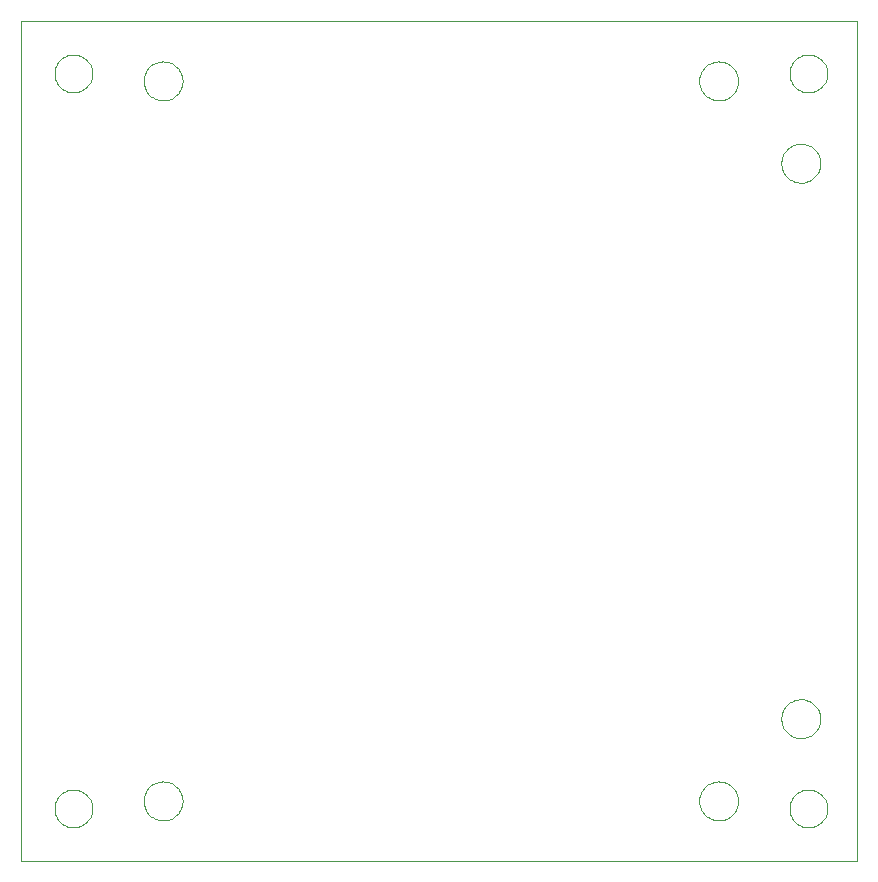
<source format=gko>
G75*
%MOIN*%
%OFA0B0*%
%FSLAX24Y24*%
%IPPOS*%
%LPD*%
%AMOC8*
5,1,8,0,0,1.08239X$1,22.5*
%
%ADD10C,0.0000*%
D10*
X002000Y005030D02*
X002000Y033026D01*
X029870Y033026D01*
X029870Y005030D01*
X002000Y005030D01*
X003120Y006780D02*
X003122Y006830D01*
X003128Y006880D01*
X003138Y006929D01*
X003152Y006977D01*
X003169Y007024D01*
X003190Y007069D01*
X003215Y007113D01*
X003243Y007154D01*
X003275Y007193D01*
X003309Y007230D01*
X003346Y007264D01*
X003386Y007294D01*
X003428Y007321D01*
X003472Y007345D01*
X003518Y007366D01*
X003565Y007382D01*
X003613Y007395D01*
X003663Y007404D01*
X003712Y007409D01*
X003763Y007410D01*
X003813Y007407D01*
X003862Y007400D01*
X003911Y007389D01*
X003959Y007374D01*
X004005Y007356D01*
X004050Y007334D01*
X004093Y007308D01*
X004134Y007279D01*
X004173Y007247D01*
X004209Y007212D01*
X004241Y007174D01*
X004271Y007134D01*
X004298Y007091D01*
X004321Y007047D01*
X004340Y007001D01*
X004356Y006953D01*
X004368Y006904D01*
X004376Y006855D01*
X004380Y006805D01*
X004380Y006755D01*
X004376Y006705D01*
X004368Y006656D01*
X004356Y006607D01*
X004340Y006559D01*
X004321Y006513D01*
X004298Y006469D01*
X004271Y006426D01*
X004241Y006386D01*
X004209Y006348D01*
X004173Y006313D01*
X004134Y006281D01*
X004093Y006252D01*
X004050Y006226D01*
X004005Y006204D01*
X003959Y006186D01*
X003911Y006171D01*
X003862Y006160D01*
X003813Y006153D01*
X003763Y006150D01*
X003712Y006151D01*
X003663Y006156D01*
X003613Y006165D01*
X003565Y006178D01*
X003518Y006194D01*
X003472Y006215D01*
X003428Y006239D01*
X003386Y006266D01*
X003346Y006296D01*
X003309Y006330D01*
X003275Y006367D01*
X003243Y006406D01*
X003215Y006447D01*
X003190Y006491D01*
X003169Y006536D01*
X003152Y006583D01*
X003138Y006631D01*
X003128Y006680D01*
X003122Y006730D01*
X003120Y006780D01*
X006090Y007030D02*
X006092Y007080D01*
X006098Y007130D01*
X006108Y007180D01*
X006121Y007228D01*
X006138Y007276D01*
X006159Y007322D01*
X006183Y007366D01*
X006211Y007408D01*
X006242Y007448D01*
X006276Y007485D01*
X006313Y007520D01*
X006352Y007551D01*
X006393Y007580D01*
X006437Y007605D01*
X006483Y007627D01*
X006530Y007645D01*
X006578Y007659D01*
X006627Y007670D01*
X006677Y007677D01*
X006727Y007680D01*
X006778Y007679D01*
X006828Y007674D01*
X006878Y007665D01*
X006926Y007653D01*
X006974Y007636D01*
X007020Y007616D01*
X007065Y007593D01*
X007108Y007566D01*
X007148Y007536D01*
X007186Y007503D01*
X007221Y007467D01*
X007254Y007428D01*
X007283Y007387D01*
X007309Y007344D01*
X007332Y007299D01*
X007351Y007252D01*
X007366Y007204D01*
X007378Y007155D01*
X007386Y007105D01*
X007390Y007055D01*
X007390Y007005D01*
X007386Y006955D01*
X007378Y006905D01*
X007366Y006856D01*
X007351Y006808D01*
X007332Y006761D01*
X007309Y006716D01*
X007283Y006673D01*
X007254Y006632D01*
X007221Y006593D01*
X007186Y006557D01*
X007148Y006524D01*
X007108Y006494D01*
X007065Y006467D01*
X007020Y006444D01*
X006974Y006424D01*
X006926Y006407D01*
X006878Y006395D01*
X006828Y006386D01*
X006778Y006381D01*
X006727Y006380D01*
X006677Y006383D01*
X006627Y006390D01*
X006578Y006401D01*
X006530Y006415D01*
X006483Y006433D01*
X006437Y006455D01*
X006393Y006480D01*
X006352Y006509D01*
X006313Y006540D01*
X006276Y006575D01*
X006242Y006612D01*
X006211Y006652D01*
X006183Y006694D01*
X006159Y006738D01*
X006138Y006784D01*
X006121Y006832D01*
X006108Y006880D01*
X006098Y006930D01*
X006092Y006980D01*
X006090Y007030D01*
X024610Y007030D02*
X024612Y007080D01*
X024618Y007130D01*
X024628Y007180D01*
X024641Y007228D01*
X024658Y007276D01*
X024679Y007322D01*
X024703Y007366D01*
X024731Y007408D01*
X024762Y007448D01*
X024796Y007485D01*
X024833Y007520D01*
X024872Y007551D01*
X024913Y007580D01*
X024957Y007605D01*
X025003Y007627D01*
X025050Y007645D01*
X025098Y007659D01*
X025147Y007670D01*
X025197Y007677D01*
X025247Y007680D01*
X025298Y007679D01*
X025348Y007674D01*
X025398Y007665D01*
X025446Y007653D01*
X025494Y007636D01*
X025540Y007616D01*
X025585Y007593D01*
X025628Y007566D01*
X025668Y007536D01*
X025706Y007503D01*
X025741Y007467D01*
X025774Y007428D01*
X025803Y007387D01*
X025829Y007344D01*
X025852Y007299D01*
X025871Y007252D01*
X025886Y007204D01*
X025898Y007155D01*
X025906Y007105D01*
X025910Y007055D01*
X025910Y007005D01*
X025906Y006955D01*
X025898Y006905D01*
X025886Y006856D01*
X025871Y006808D01*
X025852Y006761D01*
X025829Y006716D01*
X025803Y006673D01*
X025774Y006632D01*
X025741Y006593D01*
X025706Y006557D01*
X025668Y006524D01*
X025628Y006494D01*
X025585Y006467D01*
X025540Y006444D01*
X025494Y006424D01*
X025446Y006407D01*
X025398Y006395D01*
X025348Y006386D01*
X025298Y006381D01*
X025247Y006380D01*
X025197Y006383D01*
X025147Y006390D01*
X025098Y006401D01*
X025050Y006415D01*
X025003Y006433D01*
X024957Y006455D01*
X024913Y006480D01*
X024872Y006509D01*
X024833Y006540D01*
X024796Y006575D01*
X024762Y006612D01*
X024731Y006652D01*
X024703Y006694D01*
X024679Y006738D01*
X024658Y006784D01*
X024641Y006832D01*
X024628Y006880D01*
X024618Y006930D01*
X024612Y006980D01*
X024610Y007030D01*
X027350Y009770D02*
X027352Y009820D01*
X027358Y009870D01*
X027368Y009920D01*
X027381Y009968D01*
X027398Y010016D01*
X027419Y010062D01*
X027443Y010106D01*
X027471Y010148D01*
X027502Y010188D01*
X027536Y010225D01*
X027573Y010260D01*
X027612Y010291D01*
X027653Y010320D01*
X027697Y010345D01*
X027743Y010367D01*
X027790Y010385D01*
X027838Y010399D01*
X027887Y010410D01*
X027937Y010417D01*
X027987Y010420D01*
X028038Y010419D01*
X028088Y010414D01*
X028138Y010405D01*
X028186Y010393D01*
X028234Y010376D01*
X028280Y010356D01*
X028325Y010333D01*
X028368Y010306D01*
X028408Y010276D01*
X028446Y010243D01*
X028481Y010207D01*
X028514Y010168D01*
X028543Y010127D01*
X028569Y010084D01*
X028592Y010039D01*
X028611Y009992D01*
X028626Y009944D01*
X028638Y009895D01*
X028646Y009845D01*
X028650Y009795D01*
X028650Y009745D01*
X028646Y009695D01*
X028638Y009645D01*
X028626Y009596D01*
X028611Y009548D01*
X028592Y009501D01*
X028569Y009456D01*
X028543Y009413D01*
X028514Y009372D01*
X028481Y009333D01*
X028446Y009297D01*
X028408Y009264D01*
X028368Y009234D01*
X028325Y009207D01*
X028280Y009184D01*
X028234Y009164D01*
X028186Y009147D01*
X028138Y009135D01*
X028088Y009126D01*
X028038Y009121D01*
X027987Y009120D01*
X027937Y009123D01*
X027887Y009130D01*
X027838Y009141D01*
X027790Y009155D01*
X027743Y009173D01*
X027697Y009195D01*
X027653Y009220D01*
X027612Y009249D01*
X027573Y009280D01*
X027536Y009315D01*
X027502Y009352D01*
X027471Y009392D01*
X027443Y009434D01*
X027419Y009478D01*
X027398Y009524D01*
X027381Y009572D01*
X027368Y009620D01*
X027358Y009670D01*
X027352Y009720D01*
X027350Y009770D01*
X027620Y006780D02*
X027622Y006830D01*
X027628Y006880D01*
X027638Y006929D01*
X027652Y006977D01*
X027669Y007024D01*
X027690Y007069D01*
X027715Y007113D01*
X027743Y007154D01*
X027775Y007193D01*
X027809Y007230D01*
X027846Y007264D01*
X027886Y007294D01*
X027928Y007321D01*
X027972Y007345D01*
X028018Y007366D01*
X028065Y007382D01*
X028113Y007395D01*
X028163Y007404D01*
X028212Y007409D01*
X028263Y007410D01*
X028313Y007407D01*
X028362Y007400D01*
X028411Y007389D01*
X028459Y007374D01*
X028505Y007356D01*
X028550Y007334D01*
X028593Y007308D01*
X028634Y007279D01*
X028673Y007247D01*
X028709Y007212D01*
X028741Y007174D01*
X028771Y007134D01*
X028798Y007091D01*
X028821Y007047D01*
X028840Y007001D01*
X028856Y006953D01*
X028868Y006904D01*
X028876Y006855D01*
X028880Y006805D01*
X028880Y006755D01*
X028876Y006705D01*
X028868Y006656D01*
X028856Y006607D01*
X028840Y006559D01*
X028821Y006513D01*
X028798Y006469D01*
X028771Y006426D01*
X028741Y006386D01*
X028709Y006348D01*
X028673Y006313D01*
X028634Y006281D01*
X028593Y006252D01*
X028550Y006226D01*
X028505Y006204D01*
X028459Y006186D01*
X028411Y006171D01*
X028362Y006160D01*
X028313Y006153D01*
X028263Y006150D01*
X028212Y006151D01*
X028163Y006156D01*
X028113Y006165D01*
X028065Y006178D01*
X028018Y006194D01*
X027972Y006215D01*
X027928Y006239D01*
X027886Y006266D01*
X027846Y006296D01*
X027809Y006330D01*
X027775Y006367D01*
X027743Y006406D01*
X027715Y006447D01*
X027690Y006491D01*
X027669Y006536D01*
X027652Y006583D01*
X027638Y006631D01*
X027628Y006680D01*
X027622Y006730D01*
X027620Y006780D01*
X027350Y028290D02*
X027352Y028340D01*
X027358Y028390D01*
X027368Y028440D01*
X027381Y028488D01*
X027398Y028536D01*
X027419Y028582D01*
X027443Y028626D01*
X027471Y028668D01*
X027502Y028708D01*
X027536Y028745D01*
X027573Y028780D01*
X027612Y028811D01*
X027653Y028840D01*
X027697Y028865D01*
X027743Y028887D01*
X027790Y028905D01*
X027838Y028919D01*
X027887Y028930D01*
X027937Y028937D01*
X027987Y028940D01*
X028038Y028939D01*
X028088Y028934D01*
X028138Y028925D01*
X028186Y028913D01*
X028234Y028896D01*
X028280Y028876D01*
X028325Y028853D01*
X028368Y028826D01*
X028408Y028796D01*
X028446Y028763D01*
X028481Y028727D01*
X028514Y028688D01*
X028543Y028647D01*
X028569Y028604D01*
X028592Y028559D01*
X028611Y028512D01*
X028626Y028464D01*
X028638Y028415D01*
X028646Y028365D01*
X028650Y028315D01*
X028650Y028265D01*
X028646Y028215D01*
X028638Y028165D01*
X028626Y028116D01*
X028611Y028068D01*
X028592Y028021D01*
X028569Y027976D01*
X028543Y027933D01*
X028514Y027892D01*
X028481Y027853D01*
X028446Y027817D01*
X028408Y027784D01*
X028368Y027754D01*
X028325Y027727D01*
X028280Y027704D01*
X028234Y027684D01*
X028186Y027667D01*
X028138Y027655D01*
X028088Y027646D01*
X028038Y027641D01*
X027987Y027640D01*
X027937Y027643D01*
X027887Y027650D01*
X027838Y027661D01*
X027790Y027675D01*
X027743Y027693D01*
X027697Y027715D01*
X027653Y027740D01*
X027612Y027769D01*
X027573Y027800D01*
X027536Y027835D01*
X027502Y027872D01*
X027471Y027912D01*
X027443Y027954D01*
X027419Y027998D01*
X027398Y028044D01*
X027381Y028092D01*
X027368Y028140D01*
X027358Y028190D01*
X027352Y028240D01*
X027350Y028290D01*
X024610Y031030D02*
X024612Y031080D01*
X024618Y031130D01*
X024628Y031180D01*
X024641Y031228D01*
X024658Y031276D01*
X024679Y031322D01*
X024703Y031366D01*
X024731Y031408D01*
X024762Y031448D01*
X024796Y031485D01*
X024833Y031520D01*
X024872Y031551D01*
X024913Y031580D01*
X024957Y031605D01*
X025003Y031627D01*
X025050Y031645D01*
X025098Y031659D01*
X025147Y031670D01*
X025197Y031677D01*
X025247Y031680D01*
X025298Y031679D01*
X025348Y031674D01*
X025398Y031665D01*
X025446Y031653D01*
X025494Y031636D01*
X025540Y031616D01*
X025585Y031593D01*
X025628Y031566D01*
X025668Y031536D01*
X025706Y031503D01*
X025741Y031467D01*
X025774Y031428D01*
X025803Y031387D01*
X025829Y031344D01*
X025852Y031299D01*
X025871Y031252D01*
X025886Y031204D01*
X025898Y031155D01*
X025906Y031105D01*
X025910Y031055D01*
X025910Y031005D01*
X025906Y030955D01*
X025898Y030905D01*
X025886Y030856D01*
X025871Y030808D01*
X025852Y030761D01*
X025829Y030716D01*
X025803Y030673D01*
X025774Y030632D01*
X025741Y030593D01*
X025706Y030557D01*
X025668Y030524D01*
X025628Y030494D01*
X025585Y030467D01*
X025540Y030444D01*
X025494Y030424D01*
X025446Y030407D01*
X025398Y030395D01*
X025348Y030386D01*
X025298Y030381D01*
X025247Y030380D01*
X025197Y030383D01*
X025147Y030390D01*
X025098Y030401D01*
X025050Y030415D01*
X025003Y030433D01*
X024957Y030455D01*
X024913Y030480D01*
X024872Y030509D01*
X024833Y030540D01*
X024796Y030575D01*
X024762Y030612D01*
X024731Y030652D01*
X024703Y030694D01*
X024679Y030738D01*
X024658Y030784D01*
X024641Y030832D01*
X024628Y030880D01*
X024618Y030930D01*
X024612Y030980D01*
X024610Y031030D01*
X027620Y031280D02*
X027622Y031330D01*
X027628Y031380D01*
X027638Y031429D01*
X027652Y031477D01*
X027669Y031524D01*
X027690Y031569D01*
X027715Y031613D01*
X027743Y031654D01*
X027775Y031693D01*
X027809Y031730D01*
X027846Y031764D01*
X027886Y031794D01*
X027928Y031821D01*
X027972Y031845D01*
X028018Y031866D01*
X028065Y031882D01*
X028113Y031895D01*
X028163Y031904D01*
X028212Y031909D01*
X028263Y031910D01*
X028313Y031907D01*
X028362Y031900D01*
X028411Y031889D01*
X028459Y031874D01*
X028505Y031856D01*
X028550Y031834D01*
X028593Y031808D01*
X028634Y031779D01*
X028673Y031747D01*
X028709Y031712D01*
X028741Y031674D01*
X028771Y031634D01*
X028798Y031591D01*
X028821Y031547D01*
X028840Y031501D01*
X028856Y031453D01*
X028868Y031404D01*
X028876Y031355D01*
X028880Y031305D01*
X028880Y031255D01*
X028876Y031205D01*
X028868Y031156D01*
X028856Y031107D01*
X028840Y031059D01*
X028821Y031013D01*
X028798Y030969D01*
X028771Y030926D01*
X028741Y030886D01*
X028709Y030848D01*
X028673Y030813D01*
X028634Y030781D01*
X028593Y030752D01*
X028550Y030726D01*
X028505Y030704D01*
X028459Y030686D01*
X028411Y030671D01*
X028362Y030660D01*
X028313Y030653D01*
X028263Y030650D01*
X028212Y030651D01*
X028163Y030656D01*
X028113Y030665D01*
X028065Y030678D01*
X028018Y030694D01*
X027972Y030715D01*
X027928Y030739D01*
X027886Y030766D01*
X027846Y030796D01*
X027809Y030830D01*
X027775Y030867D01*
X027743Y030906D01*
X027715Y030947D01*
X027690Y030991D01*
X027669Y031036D01*
X027652Y031083D01*
X027638Y031131D01*
X027628Y031180D01*
X027622Y031230D01*
X027620Y031280D01*
X006090Y031030D02*
X006092Y031080D01*
X006098Y031130D01*
X006108Y031180D01*
X006121Y031228D01*
X006138Y031276D01*
X006159Y031322D01*
X006183Y031366D01*
X006211Y031408D01*
X006242Y031448D01*
X006276Y031485D01*
X006313Y031520D01*
X006352Y031551D01*
X006393Y031580D01*
X006437Y031605D01*
X006483Y031627D01*
X006530Y031645D01*
X006578Y031659D01*
X006627Y031670D01*
X006677Y031677D01*
X006727Y031680D01*
X006778Y031679D01*
X006828Y031674D01*
X006878Y031665D01*
X006926Y031653D01*
X006974Y031636D01*
X007020Y031616D01*
X007065Y031593D01*
X007108Y031566D01*
X007148Y031536D01*
X007186Y031503D01*
X007221Y031467D01*
X007254Y031428D01*
X007283Y031387D01*
X007309Y031344D01*
X007332Y031299D01*
X007351Y031252D01*
X007366Y031204D01*
X007378Y031155D01*
X007386Y031105D01*
X007390Y031055D01*
X007390Y031005D01*
X007386Y030955D01*
X007378Y030905D01*
X007366Y030856D01*
X007351Y030808D01*
X007332Y030761D01*
X007309Y030716D01*
X007283Y030673D01*
X007254Y030632D01*
X007221Y030593D01*
X007186Y030557D01*
X007148Y030524D01*
X007108Y030494D01*
X007065Y030467D01*
X007020Y030444D01*
X006974Y030424D01*
X006926Y030407D01*
X006878Y030395D01*
X006828Y030386D01*
X006778Y030381D01*
X006727Y030380D01*
X006677Y030383D01*
X006627Y030390D01*
X006578Y030401D01*
X006530Y030415D01*
X006483Y030433D01*
X006437Y030455D01*
X006393Y030480D01*
X006352Y030509D01*
X006313Y030540D01*
X006276Y030575D01*
X006242Y030612D01*
X006211Y030652D01*
X006183Y030694D01*
X006159Y030738D01*
X006138Y030784D01*
X006121Y030832D01*
X006108Y030880D01*
X006098Y030930D01*
X006092Y030980D01*
X006090Y031030D01*
X003120Y031280D02*
X003122Y031330D01*
X003128Y031380D01*
X003138Y031429D01*
X003152Y031477D01*
X003169Y031524D01*
X003190Y031569D01*
X003215Y031613D01*
X003243Y031654D01*
X003275Y031693D01*
X003309Y031730D01*
X003346Y031764D01*
X003386Y031794D01*
X003428Y031821D01*
X003472Y031845D01*
X003518Y031866D01*
X003565Y031882D01*
X003613Y031895D01*
X003663Y031904D01*
X003712Y031909D01*
X003763Y031910D01*
X003813Y031907D01*
X003862Y031900D01*
X003911Y031889D01*
X003959Y031874D01*
X004005Y031856D01*
X004050Y031834D01*
X004093Y031808D01*
X004134Y031779D01*
X004173Y031747D01*
X004209Y031712D01*
X004241Y031674D01*
X004271Y031634D01*
X004298Y031591D01*
X004321Y031547D01*
X004340Y031501D01*
X004356Y031453D01*
X004368Y031404D01*
X004376Y031355D01*
X004380Y031305D01*
X004380Y031255D01*
X004376Y031205D01*
X004368Y031156D01*
X004356Y031107D01*
X004340Y031059D01*
X004321Y031013D01*
X004298Y030969D01*
X004271Y030926D01*
X004241Y030886D01*
X004209Y030848D01*
X004173Y030813D01*
X004134Y030781D01*
X004093Y030752D01*
X004050Y030726D01*
X004005Y030704D01*
X003959Y030686D01*
X003911Y030671D01*
X003862Y030660D01*
X003813Y030653D01*
X003763Y030650D01*
X003712Y030651D01*
X003663Y030656D01*
X003613Y030665D01*
X003565Y030678D01*
X003518Y030694D01*
X003472Y030715D01*
X003428Y030739D01*
X003386Y030766D01*
X003346Y030796D01*
X003309Y030830D01*
X003275Y030867D01*
X003243Y030906D01*
X003215Y030947D01*
X003190Y030991D01*
X003169Y031036D01*
X003152Y031083D01*
X003138Y031131D01*
X003128Y031180D01*
X003122Y031230D01*
X003120Y031280D01*
M02*

</source>
